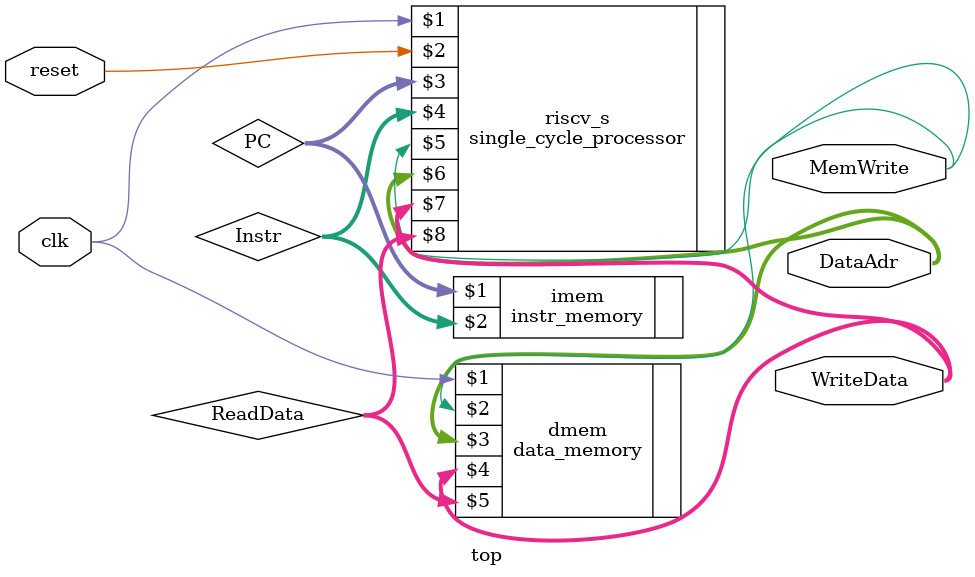
<source format=v>
`include "single_c_processor.v"
`include "instr_memory.v"
`include "data_memory.v"

module top(
    input clk, reset,
    output [31:0] WriteData, DataAdr,
    output MemWrite
);
    wire [31:0] PC, Instr, ReadData;

    // instantiate the processor and the memories
    single_cycle_processor riscv_s(clk, reset, PC, Instr, MemWrite, DataAdr, WriteData, ReadData);

    instr_memory imem(PC, Instr);
    data_memory dmem(clk, MemWrite, DataAdr, WriteData, ReadData);
endmodule

</source>
